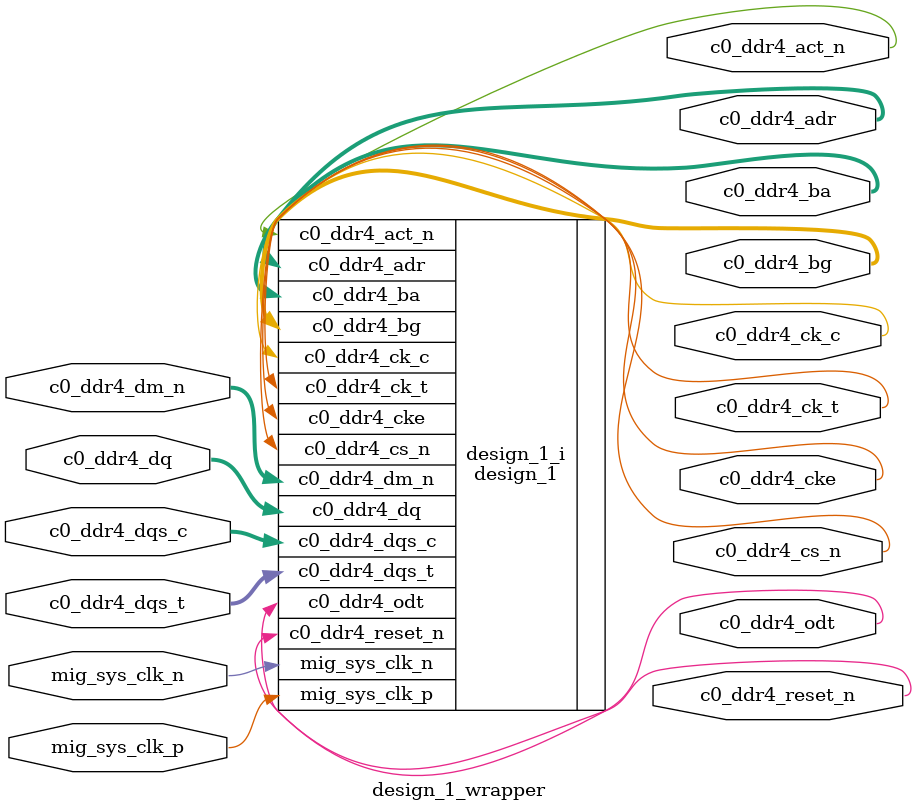
<source format=v>
`timescale 1 ps / 1 ps

module design_1_wrapper
   (c0_ddr4_act_n,
    c0_ddr4_adr,
    c0_ddr4_ba,
    c0_ddr4_bg,
    c0_ddr4_ck_c,
    c0_ddr4_ck_t,
    c0_ddr4_cke,
    c0_ddr4_cs_n,
    c0_ddr4_dm_n,
    c0_ddr4_dq,
    c0_ddr4_dqs_c,
    c0_ddr4_dqs_t,
    c0_ddr4_odt,
    c0_ddr4_reset_n,
    mig_sys_clk_n,
    mig_sys_clk_p);
  output [0:0]c0_ddr4_act_n;
  output [16:0]c0_ddr4_adr;
  output [1:0]c0_ddr4_ba;
  output [1:0]c0_ddr4_bg;
  output [0:0]c0_ddr4_ck_c;
  output [0:0]c0_ddr4_ck_t;
  output [0:0]c0_ddr4_cke;
  output [0:0]c0_ddr4_cs_n;
  inout [7:0]c0_ddr4_dm_n;
  inout [63:0]c0_ddr4_dq;
  inout [7:0]c0_ddr4_dqs_c;
  inout [7:0]c0_ddr4_dqs_t;
  output [0:0]c0_ddr4_odt;
  output [0:0]c0_ddr4_reset_n;
  input [0:0]mig_sys_clk_n;
  input [0:0]mig_sys_clk_p;

  wire [0:0]c0_ddr4_act_n;
  wire [16:0]c0_ddr4_adr;
  wire [1:0]c0_ddr4_ba;
  wire [1:0]c0_ddr4_bg;
  wire [0:0]c0_ddr4_ck_c;
  wire [0:0]c0_ddr4_ck_t;
  wire [0:0]c0_ddr4_cke;
  wire [0:0]c0_ddr4_cs_n;
  wire [7:0]c0_ddr4_dm_n;
  wire [63:0]c0_ddr4_dq;
  wire [7:0]c0_ddr4_dqs_c;
  wire [7:0]c0_ddr4_dqs_t;
  wire [0:0]c0_ddr4_odt;
  wire [0:0]c0_ddr4_reset_n;
  wire [0:0]mig_sys_clk_n;
  wire [0:0]mig_sys_clk_p;

  design_1 design_1_i
       (.c0_ddr4_act_n(c0_ddr4_act_n),
        .c0_ddr4_adr(c0_ddr4_adr),
        .c0_ddr4_ba(c0_ddr4_ba),
        .c0_ddr4_bg(c0_ddr4_bg),
        .c0_ddr4_ck_c(c0_ddr4_ck_c),
        .c0_ddr4_ck_t(c0_ddr4_ck_t),
        .c0_ddr4_cke(c0_ddr4_cke),
        .c0_ddr4_cs_n(c0_ddr4_cs_n),
        .c0_ddr4_dm_n(c0_ddr4_dm_n),
        .c0_ddr4_dq(c0_ddr4_dq),
        .c0_ddr4_dqs_c(c0_ddr4_dqs_c),
        .c0_ddr4_dqs_t(c0_ddr4_dqs_t),
        .c0_ddr4_odt(c0_ddr4_odt),
        .c0_ddr4_reset_n(c0_ddr4_reset_n),
        .mig_sys_clk_n(mig_sys_clk_n),
        .mig_sys_clk_p(mig_sys_clk_p));
endmodule

</source>
